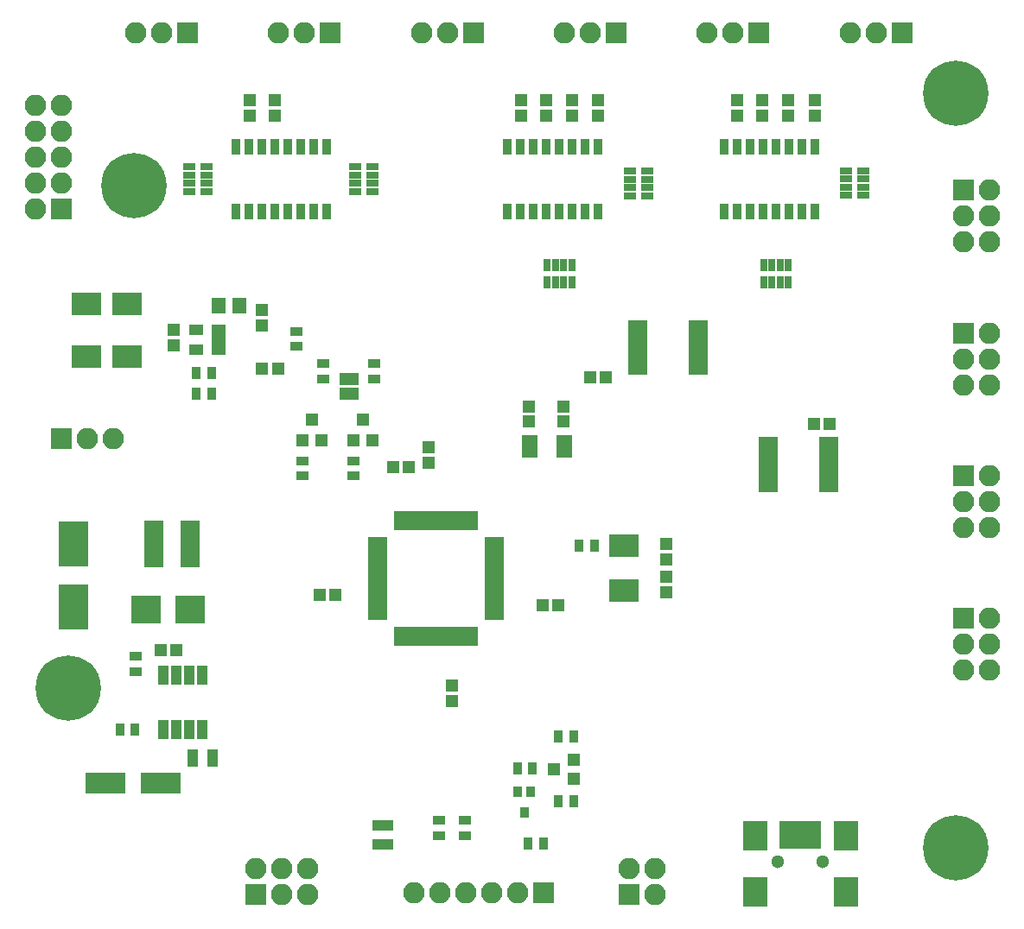
<source format=gts>
G04 #@! TF.FileFunction,Soldermask,Top*
%FSLAX46Y46*%
G04 Gerber Fmt 4.6, Leading zero omitted, Abs format (unit mm)*
G04 Created by KiCad (PCBNEW 4.0.6) date 05/06/17 23:30:14*
%MOMM*%
%LPD*%
G01*
G04 APERTURE LIST*
%ADD10C,0.100000*%
%ADD11R,1.900000X0.850000*%
%ADD12R,1.500000X2.300000*%
%ADD13R,1.900000X0.700000*%
%ADD14R,0.700000X1.900000*%
%ADD15R,2.100000X2.100000*%
%ADD16O,2.100000X2.100000*%
%ADD17R,1.200000X1.150000*%
%ADD18R,3.900000X2.000000*%
%ADD19R,1.150000X1.200000*%
%ADD20R,2.900000X4.400000*%
%ADD21R,2.900000X2.200000*%
%ADD22R,2.900000X2.700000*%
%ADD23R,1.200000X1.200000*%
%ADD24R,0.850000X1.100000*%
%ADD25R,0.900000X2.700000*%
%ADD26R,2.400000X2.900000*%
%ADD27C,1.300000*%
%ADD28C,6.400000*%
%ADD29R,1.400000X1.650000*%
%ADD30R,1.900000X4.600000*%
%ADD31R,1.300000X1.200000*%
%ADD32R,1.300000X0.900000*%
%ADD33R,1.100000X1.700000*%
%ADD34R,0.900000X1.300000*%
%ADD35R,1.000000X1.950000*%
%ADD36R,1.460000X1.050000*%
%ADD37R,0.800000X1.050000*%
%ADD38R,0.908000X1.543000*%
%ADD39R,2.900000X2.300000*%
%ADD40R,1.050000X1.250000*%
%ADD41R,1.300000X0.800000*%
%ADD42R,0.800000X1.300000*%
%ADD43R,1.200000X1.300000*%
G04 APERTURE END LIST*
D10*
D11*
X67750000Y53829000D03*
X67750000Y54479000D03*
X67750000Y55129000D03*
X67750000Y55779000D03*
X67750000Y56429000D03*
X67750000Y57079000D03*
X67750000Y57729000D03*
X67750000Y58379000D03*
X61850000Y58379000D03*
X61850000Y57729000D03*
X61850000Y57079000D03*
X61850000Y56429000D03*
X61850000Y55779000D03*
X61850000Y55129000D03*
X61850000Y54479000D03*
X61850000Y53829000D03*
D12*
X51230000Y46380000D03*
X54630000Y46380000D03*
D13*
X36380000Y37210000D03*
X36380000Y36710000D03*
X36380000Y36210000D03*
X36380000Y35710000D03*
X36380000Y35210000D03*
X36380000Y34710000D03*
X36380000Y34210000D03*
X36380000Y33710000D03*
X36380000Y33210000D03*
X36380000Y32710000D03*
X36380000Y32210000D03*
X36380000Y31710000D03*
X36380000Y31210000D03*
X36380000Y30710000D03*
X36380000Y30210000D03*
X36380000Y29710000D03*
D14*
X38330000Y27760000D03*
X38830000Y27760000D03*
X39330000Y27760000D03*
X39830000Y27760000D03*
X40330000Y27760000D03*
X40830000Y27760000D03*
X41330000Y27760000D03*
X41830000Y27760000D03*
X42330000Y27760000D03*
X42830000Y27760000D03*
X43330000Y27760000D03*
X43830000Y27760000D03*
X44330000Y27760000D03*
X44830000Y27760000D03*
X45330000Y27760000D03*
X45830000Y27760000D03*
D13*
X47780000Y29710000D03*
X47780000Y30210000D03*
X47780000Y30710000D03*
X47780000Y31210000D03*
X47780000Y31710000D03*
X47780000Y32210000D03*
X47780000Y32710000D03*
X47780000Y33210000D03*
X47780000Y33710000D03*
X47780000Y34210000D03*
X47780000Y34710000D03*
X47780000Y35210000D03*
X47780000Y35710000D03*
X47780000Y36210000D03*
X47780000Y36710000D03*
X47780000Y37210000D03*
D14*
X45830000Y39160000D03*
X45330000Y39160000D03*
X44830000Y39160000D03*
X44330000Y39160000D03*
X43830000Y39160000D03*
X43330000Y39160000D03*
X42830000Y39160000D03*
X42330000Y39160000D03*
X41830000Y39160000D03*
X41330000Y39160000D03*
X40830000Y39160000D03*
X40330000Y39160000D03*
X39830000Y39160000D03*
X39330000Y39160000D03*
X38830000Y39160000D03*
X38330000Y39160000D03*
D15*
X93752000Y57540000D03*
D16*
X96292000Y57540000D03*
X93752000Y55000000D03*
X96292000Y55000000D03*
X93752000Y52460000D03*
X96292000Y52460000D03*
D17*
X57226000Y53180000D03*
X58726000Y53180000D03*
X79122000Y48600000D03*
X80622000Y48600000D03*
D18*
X15077916Y13401178D03*
X9677916Y13401178D03*
D19*
X16400000Y57800000D03*
X16400000Y56300000D03*
D17*
X16600000Y26400000D03*
X15100000Y26400000D03*
D19*
X25000000Y59800000D03*
X25000000Y58300000D03*
D20*
X6600000Y36800000D03*
X6600000Y30700000D03*
D19*
X41332000Y44798000D03*
X41332000Y46298000D03*
D17*
X39400000Y44400000D03*
X37900000Y44400000D03*
X32188000Y31844000D03*
X30688000Y31844000D03*
D19*
X43618000Y22954000D03*
X43618000Y21454000D03*
D17*
X52532000Y30828000D03*
X54032000Y30828000D03*
D19*
X64690000Y36840000D03*
X64690000Y35340000D03*
X64690000Y32130000D03*
X64690000Y33630000D03*
X51200000Y48830000D03*
X51200000Y50330000D03*
X54610000Y48830000D03*
X54610000Y50330000D03*
X79190000Y78850000D03*
X79190000Y80350000D03*
X76610000Y78850000D03*
X76610000Y80350000D03*
X52870000Y78850000D03*
X52870000Y80350000D03*
X50400000Y78850000D03*
X50400000Y80350000D03*
X58000000Y78850000D03*
X58000000Y80350000D03*
X55400000Y78850000D03*
X55400000Y80350000D03*
X26290000Y78850000D03*
X26290000Y80350000D03*
X23800000Y78850000D03*
X23800000Y80350000D03*
X74070000Y78850000D03*
X74070000Y80350000D03*
X71600000Y78850000D03*
X71600000Y80350000D03*
D21*
X11800000Y55200000D03*
X7800000Y55200000D03*
X11800000Y60400000D03*
X7800000Y60400000D03*
D22*
X17977916Y30400000D03*
X13677916Y30400000D03*
D23*
X26600000Y54000000D03*
X25000000Y54000000D03*
D24*
X51380000Y12508000D03*
X50080000Y12508000D03*
X50730000Y10508000D03*
D25*
X76200000Y8300000D03*
X77000000Y8300000D03*
X77800000Y8300000D03*
X78600000Y8300000D03*
X79400000Y8300000D03*
D26*
X73350000Y8200000D03*
X73350000Y2700000D03*
X82250000Y8200000D03*
X82250000Y2700000D03*
D27*
X75600000Y5700000D03*
X80000000Y5700000D03*
D28*
X12500000Y72000000D03*
X93000000Y81000000D03*
X93000000Y7000000D03*
X6100000Y22700000D03*
D15*
X5400000Y47200000D03*
D16*
X7940000Y47200000D03*
X10480000Y47200000D03*
D29*
X20800000Y60200000D03*
X22800000Y60200000D03*
D30*
X18000000Y36800000D03*
X14400000Y36800000D03*
D15*
X93752000Y71540000D03*
D16*
X96292000Y71540000D03*
X93752000Y69000000D03*
X96292000Y69000000D03*
X93752000Y66460000D03*
X96292000Y66460000D03*
D15*
X93752000Y43540000D03*
D16*
X96292000Y43540000D03*
X93752000Y41000000D03*
X96292000Y41000000D03*
X93752000Y38460000D03*
X96292000Y38460000D03*
D15*
X93752000Y29540000D03*
D16*
X96292000Y29540000D03*
X93752000Y27000000D03*
X96292000Y27000000D03*
X93752000Y24460000D03*
X96292000Y24460000D03*
D15*
X45740000Y87000000D03*
D16*
X43200000Y87000000D03*
X40660000Y87000000D03*
D15*
X59740000Y87000000D03*
D16*
X57200000Y87000000D03*
X54660000Y87000000D03*
D15*
X73740000Y87000000D03*
D16*
X71200000Y87000000D03*
X68660000Y87000000D03*
D15*
X87740000Y87000000D03*
D16*
X85200000Y87000000D03*
X82660000Y87000000D03*
D15*
X17740000Y87000000D03*
D16*
X15200000Y87000000D03*
X12660000Y87000000D03*
D15*
X31740000Y87000000D03*
D16*
X29200000Y87000000D03*
X26660000Y87000000D03*
D15*
X5350000Y69670000D03*
D16*
X2810000Y69670000D03*
X5350000Y72210000D03*
X2810000Y72210000D03*
X5350000Y74750000D03*
X2810000Y74750000D03*
X5350000Y77290000D03*
X2810000Y77290000D03*
X5350000Y79830000D03*
X2810000Y79830000D03*
D15*
X61000000Y2460000D03*
D16*
X61000000Y5000000D03*
X63540000Y2460000D03*
X63540000Y5000000D03*
D15*
X24460000Y2460000D03*
D16*
X24460000Y5000000D03*
X27000000Y2460000D03*
X27000000Y5000000D03*
X29540000Y2460000D03*
X29540000Y5000000D03*
D15*
X52620000Y2600000D03*
D16*
X50080000Y2600000D03*
X47540000Y2600000D03*
X45000000Y2600000D03*
X42460000Y2600000D03*
X39920000Y2600000D03*
D31*
X55600000Y13800000D03*
X55600000Y15700000D03*
X53600000Y14750000D03*
D32*
X31000000Y54500000D03*
X31000000Y53000000D03*
X36000000Y54500000D03*
X36000000Y53000000D03*
D33*
X20177916Y15801178D03*
X18277916Y15801178D03*
D34*
X11100000Y18601178D03*
X12600000Y18601178D03*
D32*
X12677916Y25801178D03*
X12677916Y24301178D03*
D34*
X20100000Y51600000D03*
X18600000Y51600000D03*
X18600000Y53600000D03*
X20100000Y53600000D03*
D32*
X28400000Y57700000D03*
X28400000Y56200000D03*
D34*
X51100000Y7460000D03*
X52600000Y7460000D03*
X50050000Y14800000D03*
X51550000Y14800000D03*
X55600000Y18000000D03*
X54100000Y18000000D03*
X55600000Y11600000D03*
X54100000Y11600000D03*
X56080000Y36690000D03*
X57580000Y36690000D03*
D32*
X44888000Y9722000D03*
X44888000Y8222000D03*
X42348000Y9722000D03*
X42348000Y8222000D03*
D11*
X74672000Y46875000D03*
X74672000Y46225000D03*
X74672000Y45575000D03*
X74672000Y44925000D03*
X74672000Y44275000D03*
X74672000Y43625000D03*
X74672000Y42975000D03*
X74672000Y42325000D03*
X80572000Y42325000D03*
X80572000Y42975000D03*
X80572000Y43625000D03*
X80572000Y44275000D03*
X80572000Y44925000D03*
X80572000Y45575000D03*
X80572000Y46225000D03*
X80572000Y46875000D03*
D35*
X19217916Y24001178D03*
X17947916Y24001178D03*
X16677916Y24001178D03*
X15407916Y24001178D03*
X15407916Y18601178D03*
X16677916Y18601178D03*
X17947916Y18601178D03*
X19217916Y18601178D03*
D36*
X20800000Y55900000D03*
X20800000Y56850000D03*
X20800000Y57800000D03*
X18600000Y57800000D03*
X18600000Y55900000D03*
D37*
X37522000Y9238000D03*
X36222000Y9238000D03*
X36872000Y7338000D03*
X36872000Y9238000D03*
X36222000Y7338000D03*
X37522000Y7338000D03*
D38*
X31400000Y69400000D03*
X28860000Y69400000D03*
X27590000Y69400000D03*
X26320000Y69400000D03*
X25050000Y69400000D03*
X23780000Y69400000D03*
X22510000Y69400000D03*
X22510000Y75750000D03*
X23780000Y75750000D03*
X25050000Y75750000D03*
X26320000Y75750000D03*
X27590000Y75750000D03*
X28860000Y75750000D03*
X30130000Y75750000D03*
X31400000Y75750000D03*
X30130000Y69400000D03*
X58000000Y69400000D03*
X55460000Y69400000D03*
X54190000Y69400000D03*
X52920000Y69400000D03*
X51650000Y69400000D03*
X50380000Y69400000D03*
X49110000Y69400000D03*
X49110000Y75750000D03*
X50380000Y75750000D03*
X51650000Y75750000D03*
X52920000Y75750000D03*
X54190000Y75750000D03*
X55460000Y75750000D03*
X56730000Y75750000D03*
X58000000Y75750000D03*
X56730000Y69400000D03*
X79200000Y69400000D03*
X76660000Y69400000D03*
X75390000Y69400000D03*
X74120000Y69400000D03*
X72850000Y69400000D03*
X71580000Y69400000D03*
X70310000Y69400000D03*
X70310000Y75750000D03*
X71580000Y75750000D03*
X72850000Y75750000D03*
X74120000Y75750000D03*
X75390000Y75750000D03*
X76660000Y75750000D03*
X77930000Y75750000D03*
X79200000Y75750000D03*
X77930000Y69400000D03*
D39*
X60470000Y36700000D03*
X60470000Y32300000D03*
D40*
X34000000Y53000000D03*
X33150000Y53000000D03*
X34000000Y51550000D03*
X33150000Y51550000D03*
D41*
X34200000Y73000000D03*
X34200000Y72200000D03*
X34200000Y73800000D03*
X34200000Y71400000D03*
X35900000Y73800000D03*
X35900000Y73000000D03*
X35900000Y72200000D03*
X35900000Y71400000D03*
X19600000Y72200000D03*
X19600000Y73000000D03*
X19600000Y71400000D03*
X19600000Y73800000D03*
X17900000Y71400000D03*
X17900000Y72200000D03*
X17900000Y73000000D03*
X17900000Y73800000D03*
X61100000Y72600000D03*
X61100000Y71800000D03*
X61100000Y73400000D03*
X61100000Y71000000D03*
X62800000Y73400000D03*
X62800000Y72600000D03*
X62800000Y71800000D03*
X62800000Y71000000D03*
D42*
X54600000Y64200000D03*
X53800000Y64200000D03*
X55400000Y64200000D03*
X53000000Y64200000D03*
X55400000Y62500000D03*
X54600000Y62500000D03*
X53800000Y62500000D03*
X53000000Y62500000D03*
D41*
X82270000Y72644000D03*
X82270000Y71844000D03*
X82270000Y73444000D03*
X82270000Y71044000D03*
X83970000Y73444000D03*
X83970000Y72644000D03*
X83970000Y71844000D03*
X83970000Y71044000D03*
D42*
X75800000Y64200000D03*
X75000000Y64200000D03*
X76600000Y64200000D03*
X74200000Y64200000D03*
X76600000Y62500000D03*
X75800000Y62500000D03*
X75000000Y62500000D03*
X74200000Y62500000D03*
D32*
X29000000Y43500000D03*
X29000000Y45000000D03*
X34000000Y43500000D03*
X34000000Y45000000D03*
D43*
X29000000Y47000000D03*
X30900000Y47000000D03*
X29950000Y49000000D03*
X34000000Y47000000D03*
X35900000Y47000000D03*
X34950000Y49000000D03*
M02*

</source>
